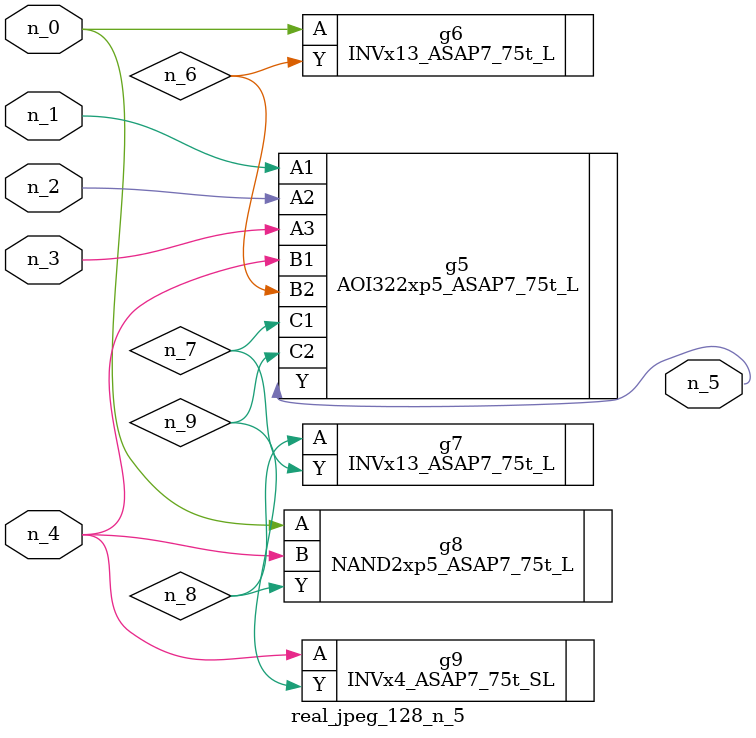
<source format=v>
module real_jpeg_128_n_5 (n_4, n_0, n_1, n_2, n_3, n_5);

input n_4;
input n_0;
input n_1;
input n_2;
input n_3;

output n_5;

wire n_8;
wire n_6;
wire n_7;
wire n_9;

INVx13_ASAP7_75t_L g6 ( 
.A(n_0),
.Y(n_6)
);

NAND2xp5_ASAP7_75t_L g8 ( 
.A(n_0),
.B(n_4),
.Y(n_8)
);

AOI322xp5_ASAP7_75t_L g5 ( 
.A1(n_1),
.A2(n_2),
.A3(n_3),
.B1(n_4),
.B2(n_6),
.C1(n_7),
.C2(n_9),
.Y(n_5)
);

INVx4_ASAP7_75t_SL g9 ( 
.A(n_4),
.Y(n_9)
);

INVx13_ASAP7_75t_L g7 ( 
.A(n_8),
.Y(n_7)
);


endmodule
</source>
